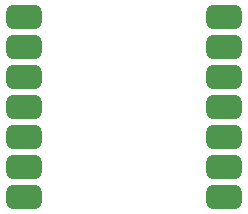
<source format=gbr>
%TF.GenerationSoftware,KiCad,Pcbnew,9.0.1*%
%TF.CreationDate,2025-07-14T13:59:50-05:00*%
%TF.ProjectId,Cardbot Controller,43617264-626f-4742-9043-6f6e74726f6c,rev?*%
%TF.SameCoordinates,Original*%
%TF.FileFunction,Paste,Top*%
%TF.FilePolarity,Positive*%
%FSLAX46Y46*%
G04 Gerber Fmt 4.6, Leading zero omitted, Abs format (unit mm)*
G04 Created by KiCad (PCBNEW 9.0.1) date 2025-07-14 13:59:50*
%MOMM*%
%LPD*%
G01*
G04 APERTURE LIST*
G04 Aperture macros list*
%AMRoundRect*
0 Rectangle with rounded corners*
0 $1 Rounding radius*
0 $2 $3 $4 $5 $6 $7 $8 $9 X,Y pos of 4 corners*
0 Add a 4 corners polygon primitive as box body*
4,1,4,$2,$3,$4,$5,$6,$7,$8,$9,$2,$3,0*
0 Add four circle primitives for the rounded corners*
1,1,$1+$1,$2,$3*
1,1,$1+$1,$4,$5*
1,1,$1+$1,$6,$7*
1,1,$1+$1,$8,$9*
0 Add four rect primitives between the rounded corners*
20,1,$1+$1,$2,$3,$4,$5,0*
20,1,$1+$1,$4,$5,$6,$7,0*
20,1,$1+$1,$6,$7,$8,$9,0*
20,1,$1+$1,$8,$9,$2,$3,0*%
G04 Aperture macros list end*
%ADD10RoundRect,0.500000X-1.000000X-0.500000X1.000000X-0.500000X1.000000X0.500000X-1.000000X0.500000X0*%
G04 APERTURE END LIST*
D10*
%TO.C,U1*%
X131500000Y-57380000D03*
X131500000Y-59920000D03*
X131500000Y-62460000D03*
X131500000Y-65000000D03*
X131500000Y-67540000D03*
X131500000Y-70080000D03*
X131500000Y-72620000D03*
X148500000Y-72620000D03*
X148500000Y-70080000D03*
X148500000Y-67540000D03*
X148500000Y-65000000D03*
X148500000Y-62460000D03*
X148500000Y-59920000D03*
X148500000Y-57380000D03*
%TD*%
M02*

</source>
